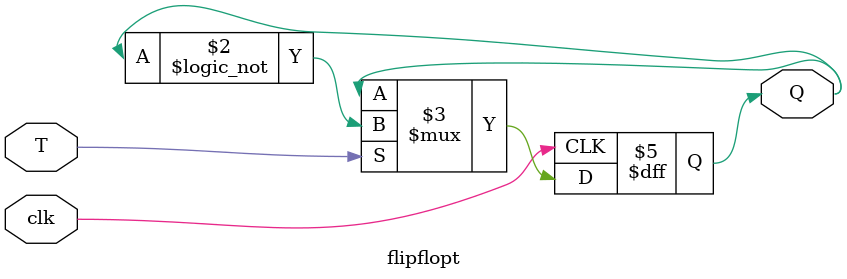
<source format=v>
module flipflopt(T, clk, Q);
	input T, clk;
	output reg Q;
	
	always @(posedge clk)
	begin
	if (T)
		Q <= !Q;
	end
	
	
endmodule

</source>
